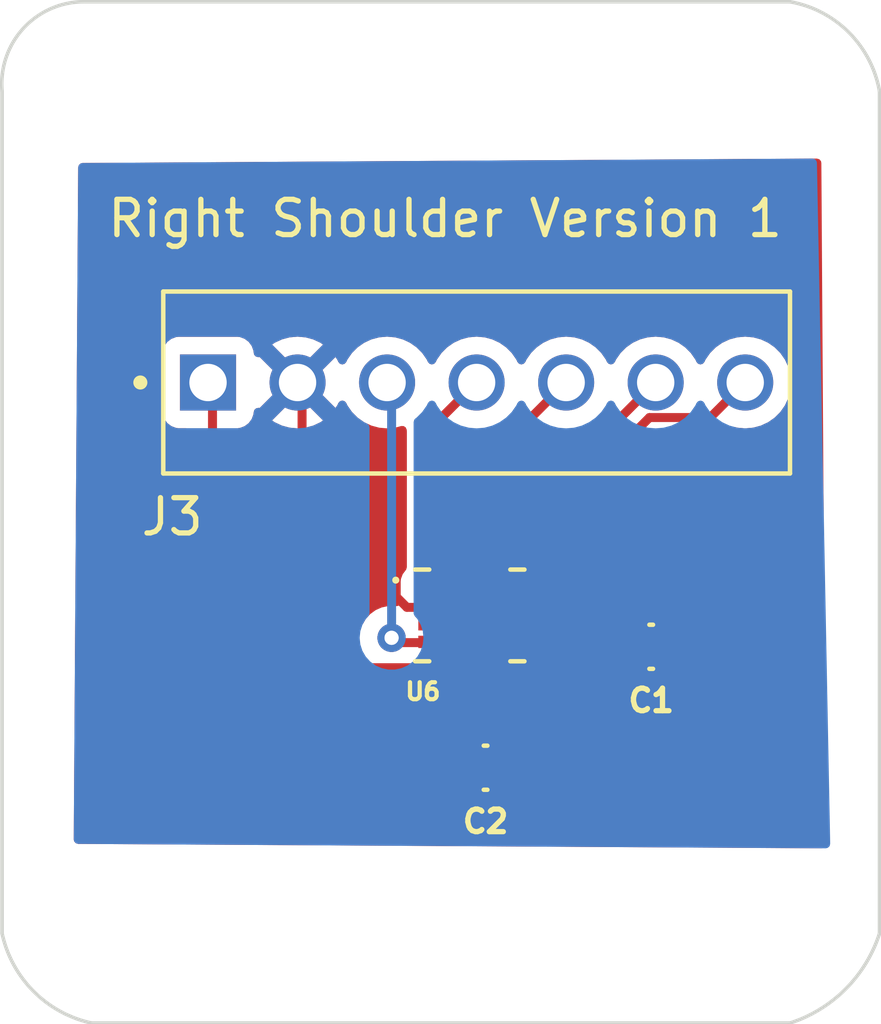
<source format=kicad_pcb>
(kicad_pcb (version 20221018) (generator pcbnew)
  (layers (0 "F.Cu" signal) (31 "B.Cu" signal) (34 "B.Paste" user) (35 "F.Paste" user) (36 "B.SilkS" user "B.Silkscreen") (37 "F.SilkS" user "F.Silkscreen") (38 "B.Mask" user) (39 "F.Mask" user) (44 "Edge.Cuts" user))
  (net 0 "")
  (net 1 "+3.3V")
  (net 2 "GND")
  (net 3 "/INT1_1")
  (net 4 "/MISO_1")
  (net 5 "/MOSI_1")
  (net 6 "/CLK1")
  (net 7 "/SENSOR_1")
  (footprint "LSM6DSMTR (1):PQFN50P300X250X86-14N" (layer "F.Cu") (at 143.8245 90.043)
    (fp_text reference "U6" (at -1.3305 2.159) (layer "F.SilkS") (effects (font (size 0.48 0.48) (thickness 0.12))))
    (fp_text value "LSM6DSMTR" hide)
    (fp_line (start -1.55 1.3) (end -1.15 1.3) (stroke (width 0.127)) (layer "F.SilkS"))
    (fp_line (start -1.15 -1.3) (end -1.55 -1.3) (stroke (width 0.127)) (layer "F.SilkS"))
    (fp_line (start 1.55 -1.3) (end 1.15 -1.3) (stroke (width 0.127)) (layer "F.SilkS"))
    (fp_line (start 1.55 1.3) (end 1.15 1.3) (stroke (width 0.127)) (layer "F.SilkS"))
    (fp_circle (center -2.1 -1) (end -2.05 -1) (stroke (width 0.1)) (fill none) (layer "F.SilkS"))
    (pad "1" smd rect (at -1.16 -0.75) (size 0.6 0.35) (layers "F.Cu" "F.Paste" "F.Mask") (net 4 "/MISO_1"))
    (pad "2" smd rect (at -1.16 -0.25) (size 0.6 0.35) (layers "F.Cu" "F.Paste" "F.Mask") (net 2 "GND"))
    (pad "3" smd rect (at -1.16 0.25) (size 0.6 0.35) (layers "F.Cu" "F.Paste" "F.Mask") (net 2 "GND"))
    (pad "4" smd rect (at -1.16 0.75) (size 0.6 0.35) (layers "F.Cu" "F.Paste" "F.Mask") (net 3 "/INT1_1"))
    (pad "5" smd rect (at -0.5 0.91 90) (size 0.6 0.35) (layers "F.Cu" "F.Paste" "F.Mask") (net 1 "+3.3V"))
    (pad "6" smd rect (at 0 0.91 90) (size 0.6 0.35) (layers "F.Cu" "F.Paste" "F.Mask") (net 2 "GND"))
    (pad "7" smd rect (at 0.5 0.91 90) (size 0.6 0.35) (layers "F.Cu" "F.Paste" "F.Mask") (net 2 "GND"))
    (pad "8" smd rect (at 1.16 0.75) (size 0.6 0.35) (layers "F.Cu" "F.Paste" "F.Mask") (net 1 "+3.3V"))
    (pad "9" smd rect (at 1.16 0.25) (size 0.6 0.35) (layers "F.Cu" "F.Paste" "F.Mask"))
    (pad "10" smd rect (at 1.16 -0.25) (size 0.6 0.35) (layers "F.Cu" "F.Paste" "F.Mask"))
    (pad "11" smd rect (at 1.16 -0.75) (size 0.6 0.35) (layers "F.Cu" "F.Paste" "F.Mask"))
    (pad "12" smd rect (at 0.5 -0.91 90) (size 0.6 0.35) (layers "F.Cu" "F.Paste" "F.Mask") (net 7 "/SENSOR_1"))
    (pad "13" smd rect (at 0 -0.91 90) (size 0.6 0.35) (layers "F.Cu" "F.Paste" "F.Mask") (net 6 "/CLK1"))
    (pad "14" smd rect (at -0.5 -0.91 90) (size 0.6 0.35) (layers "F.Cu" "F.Paste" "F.Mask") (net 5 "/MOSI_1"))
  )
  (footprint "MountingHole:MountingHole_2mm" (layer "F.Cu") (at 152.908 75.184)
    (fp_text reference "H2" hide)
    (fp_text value "MountingHole" hide)
    (pad "" np_thru_hole circle (at 0 0) (size 2 2) (drill 2) (layers "*.Cu" "*.Mask"))
  )
  (footprint "MountingHole:MountingHole_2mm" (layer "F.Cu") (at 152.908 99.06)
    (fp_text reference "H4" hide)
    (fp_text value "MountingHole" hide)
    (pad "" np_thru_hole circle (at 0 0) (size 2 2) (drill 2) (layers "*.Cu" "*.Mask"))
  )
  (footprint "MountingHole:MountingHole_2mm" (layer "F.Cu") (at 133.096 99.06)
    (fp_text reference "H3" hide)
    (fp_text value "MountingHole" hide)
    (pad "" np_thru_hole circle (at 0 0) (size 2 2) (drill 2) (layers "*.Cu" "*.Mask"))
  )
  (footprint "MountingHole:MountingHole_2mm" (layer "F.Cu") (at 133.096 75.184)
    (fp_text reference "H1" hide)
    (fp_text value "MountingHole" hide)
    (pad "" np_thru_hole circle (at 0 0) (size 2 2) (drill 2) (layers "*.Cu" "*.Mask"))
  )
  (footprint "CL21F104ZAANNNC:CAPC2012X135N" (layer "F.Cu") (at 144.272 94.361 180)
    (fp_text reference "C2" (at 0 -1.524) (layer "F.SilkS") (effects (font (size 0.64 0.64))))
    (fp_text value "100nF" hide)
    (fp_line (start -0.0515 -0.625) (end 0.0515 -0.625) (stroke (width 0.127)) (layer "F.SilkS"))
    (fp_line (start -0.0515 0.625) (end 0.0515 0.625) (stroke (width 0.127)) (layer "F.SilkS"))
    (pad "1" smd rect (at -0.89 0 180) (size 1.05 1.38) (layers "F.Cu" "F.Paste" "F.Mask") (net 2 "GND"))
    (pad "2" smd rect (at 0.89 0 180) (size 1.05 1.38) (layers "F.Cu" "F.Paste" "F.Mask") (net 1 "+3.3V"))
  )
  (footprint "CL21F104ZAANNNC:CAPC2012X135N" (layer "F.Cu") (at 148.971 90.932)
    (fp_text reference "C1" (at 0 1.524) (layer "F.SilkS") (effects (font (size 0.64 0.64))))
    (fp_text value "100nF" hide)
    (fp_line (start -0.0515 -0.625) (end 0.0515 -0.625) (stroke (width 0.127)) (layer "F.SilkS"))
    (fp_line (start -0.0515 0.625) (end 0.0515 0.625) (stroke (width 0.127)) (layer "F.SilkS"))
    (pad "1" smd rect (at -0.89 0) (size 1.05 1.38) (layers "F.Cu" "F.Paste" "F.Mask") (net 1 "+3.3V"))
    (pad "2" smd rect (at 0.89 0) (size 1.05 1.38) (layers "F.Cu" "F.Paste" "F.Mask") (net 2 "GND"))
  )
  (footprint "69167-107HLF:AMPHENOL_69167-107HLF" (layer "F.Cu") (at 144.018 83.439)
    (fp_text reference "J3" (at -8.636 3.81) (layer "F.SilkS"))
    (fp_text value "69167-107HLF" hide)
    (fp_line (start -8.89 2.58) (end -8.89 -2.58) (stroke (width 0.127)) (layer "F.SilkS"))
    (fp_line (start 8.89 -2.58) (end -8.89 -2.58) (stroke (width 0.127)) (layer "F.SilkS"))
    (fp_line (start 8.89 -2.58) (end 8.89 2.58) (stroke (width 0.127)) (layer "F.SilkS"))
    (fp_line (start 8.89 2.58) (end -8.89 2.58) (stroke (width 0.127)) (layer "F.SilkS"))
    (fp_circle (center -9.54 0) (end -9.44 0) (stroke (width 0.2)) (fill none) (layer "F.SilkS"))
    (pad "01" thru_hole rect (at -7.62 0) (size 1.59 1.59) (drill 1.06) (layers "*.Cu" "*.Mask") (net 1 "+3.3V"))
    (pad "02" thru_hole circle (at -5.08 0) (size 1.59 1.59) (drill 1.06) (layers "*.Cu" "*.Mask") (net 2 "GND"))
    (pad "03" thru_hole circle (at -2.54 0) (size 1.59 1.59) (drill 1.06) (layers "*.Cu" "*.Mask") (net 3 "/INT1_1"))
    (pad "04" thru_hole circle (at 0 0) (size 1.59 1.59) (drill 1.06) (layers "*.Cu" "*.Mask") (net 4 "/MISO_1"))
    (pad "05" thru_hole circle (at 2.54 0) (size 1.59 1.59) (drill 1.06) (layers "*.Cu" "*.Mask") (net 5 "/MOSI_1"))
    (pad "06" thru_hole circle (at 5.08 0) (size 1.59 1.59) (drill 1.06) (layers "*.Cu" "*.Mask") (net 6 "/CLK1"))
    (pad "07" thru_hole circle (at 7.62 0) (size 1.59 1.59) (drill 1.06) (layers "*.Cu" "*.Mask") (net 7 "/SENSOR_1"))
  )
  (gr_line (start 132.842 72.644) (end 152.908 72.644) (stroke (width 0.1)) (layer "Edge.Cuts"))
  (gr_line (start 155.448 99.06) (end 155.448 75.184) (stroke (width 0.1)) (layer "Edge.Cuts"))
  (gr_arc (start 155.448 99.06) (mid 154.484666 100.636666) (end 152.908 101.6) (stroke (width 0.1)) (layer "Edge.Cuts"))
  (gr_line (start 130.556 75.184) (end 130.556 99.06) (stroke (width 0.1)) (layer "Edge.Cuts"))
  (gr_arc (start 130.556 75.184) (mid 131.144178 73.41466) (end 132.842 72.644) (stroke (width 0.1)) (layer "Edge.Cuts"))
  (gr_arc (start 152.908 72.644) (mid 154.578529 73.513471) (end 155.448 75.184) (stroke (width 0.1)) (layer "Edge.Cuts"))
  (gr_arc (start 133.096 101.6) (mid 131.452114 100.703886) (end 130.556 99.06) (stroke (width 0.1)) (layer "Edge.Cuts"))
  (gr_line (start 152.908 101.6) (end 133.096 101.6) (stroke (width 0.1)) (layer "Edge.Cuts"))
  (gr_text "Right Shoulder Version 1\n" (at 133.477 79.375) (layer "F.SilkS") (effects (font (size 1 1)) (justify left bottom)))
  (segment (start 142.8995 91.524) (end 143.3245 91.099) (width 0.25) (layer "F.Cu") (net 1))
  (segment (start 136.525 87.122) (end 140.927 91.524) (width 0.25) (layer "F.Cu") (net 1))
  (segment (start 142.8995 91.524) (end 143.3245 91.099) (width 0.25) (layer "F.Cu") (net 1))
  (segment (start 147.942 90.793) (end 148.081 90.932) (width 0.25) (layer "F.Cu") (net 1))
  (segment (start 143.382 94.361) (end 143.3245 94.3035) (width 0.25) (layer "F.Cu") (net 1))
  (segment (start 136.525 83.312) (end 136.525 87.122) (width 0.25) (layer "F.Cu") (net 1))
  (segment (start 143.3245 91.099) (end 143.3245 90.974) (width 0.25) (layer "F.Cu") (net 1))
  (segment (start 144.9845 91.418) (end 144.9845 90.793) (width 0.25) (layer "F.Cu") (net 1))
  (segment (start 140.927 91.524) (end 142.8995 91.524) (width 0.25) (layer "F.Cu") (net 1))
  (segment (start 143.3245 90.953) (end 143.3245 91.503) (width 0.25) (layer "F.Cu") (net 1))
  (segment (start 143.3995 91.578) (end 144.8245 91.578) (width 0.25) (layer "F.Cu") (net 1))
  (segment (start 143.3245 91.099) (end 143.3245 90.974) (width 0.25) (layer "F.Cu") (net 1))
  (segment (start 144.9845 90.793) (end 147.942 90.793) (width 0.25) (layer "F.Cu") (net 1))
  (segment (start 136.525 83.312) (end 136.525 87.122) (width 0.25) (layer "F.Cu") (net 1))
  (segment (start 140.927 91.524) (end 142.8995 91.524) (width 0.25) (layer "F.Cu") (net 1))
  (segment (start 143.3245 91.503) (end 143.3995 91.578) (width 0.25) (layer "F.Cu") (net 1))
  (segment (start 143.3245 94.3035) (end 143.3245 90.953) (width 0.25) (layer "F.Cu") (net 1))
  (segment (start 144.8245 91.578) (end 144.9845 91.418) (width 0.25) (layer "F.Cu") (net 1))
  (segment (start 136.525 87.122) (end 140.927 91.524) (width 0.25) (layer "F.Cu") (net 1))
  (segment (start 144.035 90.314) (end 144.3245 90.6035) (width 0.25) (layer "F.Cu") (net 2))
  (segment (start 142.0395 89.814) (end 142.6645 89.814) (width 0.25) (layer "F.Cu") (net 2))
  (segment (start 142.0395 89.814) (end 142.6645 89.814) (width 0.25) (layer "F.Cu") (net 2))
  (segment (start 142.6645 90.314) (end 144.035 90.314) (width 0.25) (layer "F.Cu") (net 2))
  (segment (start 142.6645 90.314) (end 144.035 90.314) (width 0.25) (layer "F.Cu") (net 2))
  (segment (start 139.065 86.8395) (end 142.0395 89.814) (width 0.25) (layer "F.Cu") (net 2))
  (segment (start 144.035 90.314) (end 144.3245 90.6035) (width 0.25) (layer "F.Cu") (net 2))
  (segment (start 144.3245 90.6035) (end 144.3245 90.974) (width 0.25) (layer "F.Cu") (net 2))
  (segment (start 139.065 86.8395) (end 142.0395 89.814) (width 0.25) (layer "F.Cu") (net 2))
  (segment (start 144.3245 90.974) (end 143.8245 90.974) (width 0.25) (layer "F.Cu") (net 2))
  (segment (start 139.065 83.312) (end 139.065 86.8395) (width 0.25) (layer "F.Cu") (net 2))
  (segment (start 142.6645 89.814) (end 142.6645 90.314) (width 0.25) (layer "F.Cu") (net 2))
  (segment (start 142.6645 89.814) (end 142.6645 90.314) (width 0.25) (layer "F.Cu") (net 2))
  (segment (start 144.3245 90.6035) (end 144.3245 90.974) (width 0.25) (layer "F.Cu") (net 2))
  (segment (start 144.3245 90.974) (end 143.8245 90.974) (width 0.25) (layer "F.Cu") (net 2))
  (segment (start 139.065 83.312) (end 139.065 86.8395) (width 0.25) (layer "F.Cu") (net 2))
  (segment (start 141.605 90.678) (end 141.741 90.814) (width 0.25) (layer "F.Cu") (net 3))
  (segment (start 141.741 90.814) (end 142.6645 90.814) (width 0.25) (layer "F.Cu") (net 3))
  (segment (start 141.741 90.814) (end 142.6645 90.814) (width 0.25) (layer "F.Cu") (net 3))
  (segment (start 141.605 90.678) (end 141.741 90.814) (width 0.25) (layer "F.Cu") (net 3))
  (via (at 141.605 90.678) (size 0.8) (drill 0.4) (layers "F.Cu" "B.Cu") (net 3))
  (via (at 141.605 90.678) (size 0.8) (drill 0.4) (layers "F.Cu" "B.Cu") (net 3))
  (segment (start 141.605 83.312) (end 141.605 90.678) (width 0.25) (layer "B.Cu") (net 3))
  (segment (start 141.605 83.312) (end 141.605 90.678) (width 0.25) (layer "B.Cu") (net 3))
  (segment (start 142.6645 84.7925) (end 142.6645 89.314) (width 0.25) (layer "F.Cu") (net 4))
  (segment (start 144.145 83.312) (end 142.6645 84.7925) (width 0.25) (layer "F.Cu") (net 4))
  (segment (start 142.6645 84.7925) (end 142.6645 89.314) (width 0.25) (layer "F.Cu") (net 4))
  (segment (start 144.145 83.312) (end 142.6645 84.7925) (width 0.25) (layer "F.Cu") (net 4))
  (segment (start 143.3245 86.6725) (end 143.3245 89.154) (width 0.25) (layer "F.Cu") (net 5))
  (segment (start 143.3245 86.6725) (end 143.3245 89.154) (width 0.25) (layer "F.Cu") (net 5))
  (segment (start 146.685 83.312) (end 143.3245 86.6725) (width 0.25) (layer "F.Cu") (net 5))
  (segment (start 146.685 83.312) (end 143.3245 86.6725) (width 0.25) (layer "F.Cu") (net 5))
  (segment (start 143.8245 88.7125) (end 143.8245 89.154) (width 0.25) (layer "F.Cu") (net 6))
  (segment (start 149.225 83.312) (end 143.8245 88.7125) (width 0.25) (layer "F.Cu") (net 6))
  (segment (start 143.8245 88.7125) (end 143.8245 89.154) (width 0.25) (layer "F.Cu") (net 6))
  (segment (start 149.225 83.312) (end 143.8245 88.7125) (width 0.25) (layer "F.Cu") (net 6))
  (segment (start 151.765 83.312) (end 150.645 84.432) (width 0.25) (layer "F.Cu") (net 7))
  (segment (start 151.765 83.312) (end 150.645 84.432) (width 0.25) (layer "F.Cu") (net 7))
  (segment (start 144.3245 89.029) (end 144.3245 89.154) (width 0.25) (layer "F.Cu") (net 7))
  (segment (start 148.9215 84.432) (end 144.3245 89.029) (width 0.25) (layer "F.Cu") (net 7))
  (segment (start 148.9215 84.432) (end 144.3245 89.029) (width 0.25) (layer "F.Cu") (net 7))
  (segment (start 150.645 84.432) (end 148.9215 84.432) (width 0.25) (layer "F.Cu") (net 7))
  (segment (start 144.3245 89.029) (end 144.3245 89.154) (width 0.25) (layer "F.Cu") (net 7))
  (segment (start 150.645 84.432) (end 148.9215 84.432) (width 0.25) (layer "F.Cu") (net 7))
  (zone (net 2) (net_name "GND") (layer "F.Cu") (connect_pads (clearance 0.5)) (min_thickness 0.25) (fill yes (thermal_gap 0.5) (thermal_bridge_width 0.5))
    (polygon (pts (xy 132.715 77.216) (xy 153.797 77.089) (xy 153.924 96.647) (xy 132.588 96.52)))
  )
  (zone (net 2) (net_name "GND") (layer "B.Cu") (priority 1) (connect_pads (clearance 0.5)) (min_thickness 0.25) (fill yes (thermal_gap 0.5) (thermal_bridge_width 0.5))
    (polygon (pts (xy 132.715 77.216) (xy 153.67 77.089) (xy 154.051 96.647) (xy 132.588 96.52)))
  )
)
</source>
